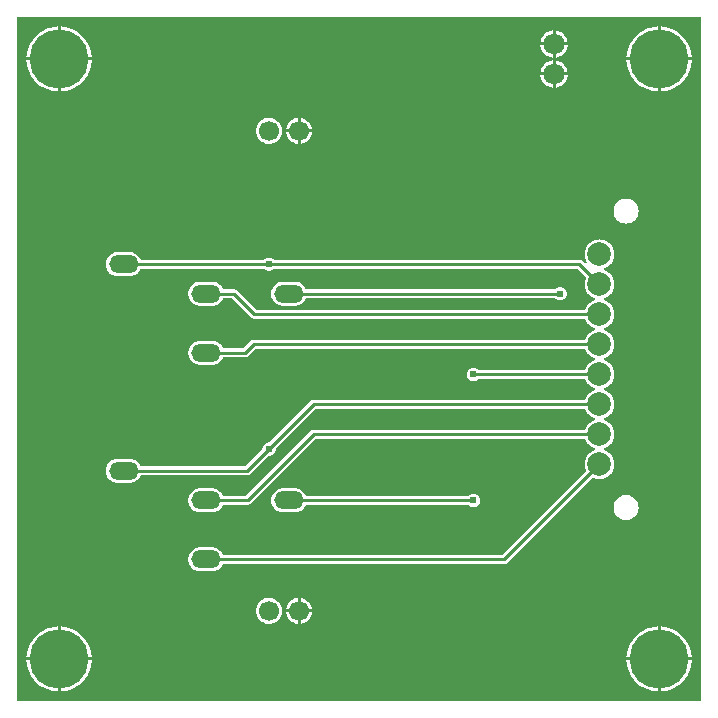
<source format=gtl>
G04 Layer: TopLayer*
G04 Panelize: , Column: 2, Row: 2, Board Size: 58.42mm x 58.42mm, Panelized Board Size: 118.84mm x 118.84mm*
G04 EasyEDA v6.5.34, 2023-08-21 18:11:39*
G04 c5000755a1824bbf9c005c744657698a,5a6b42c53f6a479593ecc07194224c93,10*
G04 Gerber Generator version 0.2*
G04 Scale: 100 percent, Rotated: No, Reflected: No *
G04 Dimensions in millimeters *
G04 leading zeros omitted , absolute positions ,4 integer and 5 decimal *
%FSLAX45Y45*%
%MOMM*%

%ADD10C,0.2540*%
%ADD11C,5.0000*%
%ADD12C,1.8000*%
%ADD13O,2.4999949999999997X1.524*%
%ADD14C,2.0000*%
%ADD15C,1.7000*%
%ADD16C,0.6096*%
%ADD17C,0.0117*%

%LPD*%
G36*
X5805932Y25908D02*
G01*
X36068Y26416D01*
X32156Y27178D01*
X28905Y29362D01*
X26670Y32664D01*
X25908Y36576D01*
X25908Y5805932D01*
X26670Y5809843D01*
X28905Y5813094D01*
X32156Y5815330D01*
X36068Y5816092D01*
X5805932Y5816092D01*
X5809843Y5815330D01*
X5813094Y5813094D01*
X5815330Y5809843D01*
X5816092Y5805932D01*
X5816092Y36068D01*
X5815330Y32207D01*
X5813094Y28905D01*
X5809843Y26670D01*
G37*

%LPC*%
G36*
X4584700Y5600700D02*
G01*
X4687112Y5600700D01*
X4686960Y5602528D01*
X4684268Y5616803D01*
X4679746Y5630672D01*
X4673549Y5643829D01*
X4665776Y5656122D01*
X4656480Y5667349D01*
X4645863Y5677306D01*
X4634077Y5685840D01*
X4621326Y5692851D01*
X4607814Y5698236D01*
X4593691Y5701842D01*
X4584700Y5702960D01*
G37*
G36*
X393700Y105562D02*
G01*
X398322Y105664D01*
X421284Y108051D01*
X443992Y112369D01*
X466242Y118618D01*
X487934Y126644D01*
X508812Y136499D01*
X528828Y148031D01*
X547827Y161239D01*
X565607Y175971D01*
X582117Y192125D01*
X597204Y209600D01*
X610819Y228295D01*
X622757Y248107D01*
X633018Y268782D01*
X641553Y290271D01*
X648208Y312369D01*
X653034Y334975D01*
X655929Y357936D01*
X656336Y368300D01*
X393700Y368300D01*
G37*
G36*
X5448300Y105613D02*
G01*
X5448300Y368300D01*
X5185410Y368300D01*
X5187289Y346405D01*
X5191150Y323646D01*
X5196890Y301244D01*
X5204460Y279450D01*
X5213858Y258317D01*
X5224983Y238099D01*
X5237784Y218846D01*
X5252161Y200710D01*
X5267960Y183896D01*
X5285130Y168402D01*
X5303520Y154432D01*
X5323027Y142087D01*
X5343499Y131368D01*
X5364835Y122428D01*
X5386781Y115265D01*
X5409285Y109982D01*
X5432145Y106629D01*
G37*
G36*
X368300Y105613D02*
G01*
X368300Y368300D01*
X105410Y368300D01*
X107289Y346405D01*
X111150Y323646D01*
X116890Y301244D01*
X124460Y279450D01*
X133858Y258317D01*
X144983Y238099D01*
X157784Y218846D01*
X172161Y200710D01*
X187960Y183896D01*
X205130Y168402D01*
X223520Y154432D01*
X243027Y142087D01*
X263499Y131368D01*
X284835Y122428D01*
X306781Y115265D01*
X329285Y109982D01*
X352145Y106629D01*
G37*
G36*
X393700Y393700D02*
G01*
X656336Y393700D01*
X655929Y404063D01*
X653034Y427024D01*
X648208Y449630D01*
X641553Y471728D01*
X633018Y493217D01*
X622757Y513892D01*
X610819Y533704D01*
X597204Y552348D01*
X582117Y569874D01*
X565607Y586028D01*
X547827Y600760D01*
X528828Y613968D01*
X508812Y625500D01*
X487934Y635355D01*
X466242Y643382D01*
X443992Y649630D01*
X421284Y653948D01*
X398322Y656336D01*
X393700Y656437D01*
G37*
G36*
X5473700Y393700D02*
G01*
X5736336Y393700D01*
X5735929Y404063D01*
X5733034Y427024D01*
X5728208Y449630D01*
X5721553Y471728D01*
X5713018Y493217D01*
X5702757Y513892D01*
X5690819Y533704D01*
X5677204Y552348D01*
X5662117Y569874D01*
X5645607Y586028D01*
X5627827Y600760D01*
X5608828Y613968D01*
X5588812Y625500D01*
X5567934Y635355D01*
X5546242Y643382D01*
X5523992Y649630D01*
X5501284Y653948D01*
X5478322Y656336D01*
X5473700Y656437D01*
G37*
G36*
X5185410Y393700D02*
G01*
X5448300Y393700D01*
X5448300Y656386D01*
X5432145Y655370D01*
X5409285Y652018D01*
X5386781Y646734D01*
X5364835Y639572D01*
X5343499Y630631D01*
X5323027Y619912D01*
X5303520Y607568D01*
X5285130Y593598D01*
X5267960Y578104D01*
X5252161Y561289D01*
X5237784Y543153D01*
X5224983Y523900D01*
X5213858Y503682D01*
X5204460Y482549D01*
X5196890Y460756D01*
X5191150Y438353D01*
X5187289Y415594D01*
G37*
G36*
X105410Y393700D02*
G01*
X368300Y393700D01*
X368300Y656386D01*
X352145Y655370D01*
X329285Y652018D01*
X306781Y646734D01*
X284835Y639572D01*
X263499Y630631D01*
X243027Y619912D01*
X223520Y607568D01*
X205130Y593598D01*
X187960Y578104D01*
X172161Y561289D01*
X157784Y543153D01*
X144983Y523900D01*
X133858Y503682D01*
X124460Y482549D01*
X116890Y460756D01*
X111150Y438353D01*
X107289Y415594D01*
G37*
G36*
X2162556Y678180D02*
G01*
X2176678Y679551D01*
X2190546Y682701D01*
X2203856Y687628D01*
X2216454Y694182D01*
X2228138Y702310D01*
X2238654Y711860D01*
X2247849Y722680D01*
X2255621Y734618D01*
X2261768Y747420D01*
X2266238Y760882D01*
X2268982Y774852D01*
X2269896Y789025D01*
X2268982Y803198D01*
X2266238Y817118D01*
X2261768Y830630D01*
X2255621Y843432D01*
X2247849Y855319D01*
X2238654Y866140D01*
X2228138Y875690D01*
X2216454Y883818D01*
X2203856Y890422D01*
X2190546Y895299D01*
X2176678Y898448D01*
X2162556Y899820D01*
X2148332Y899363D01*
X2134311Y897128D01*
X2120696Y893064D01*
X2107692Y887323D01*
X2095550Y879957D01*
X2084425Y871118D01*
X2074570Y860907D01*
X2066086Y849477D01*
X2059076Y837133D01*
X2053742Y823925D01*
X2050135Y810209D01*
X2048357Y796137D01*
X2048357Y781913D01*
X2050135Y767791D01*
X2053742Y754075D01*
X2059076Y740918D01*
X2066086Y728522D01*
X2074570Y717143D01*
X2084425Y706932D01*
X2095550Y698042D01*
X2107692Y690676D01*
X2120696Y684936D01*
X2134311Y680923D01*
X2148332Y678637D01*
G37*
G36*
X2400300Y678942D02*
G01*
X2400300Y776325D01*
X2303068Y776325D01*
X2304135Y767791D01*
X2307742Y754075D01*
X2313076Y740918D01*
X2320086Y728522D01*
X2328570Y717143D01*
X2338425Y706932D01*
X2349550Y698042D01*
X2361692Y690676D01*
X2374696Y684936D01*
X2388311Y680923D01*
G37*
G36*
X2425700Y679043D02*
G01*
X2430678Y679551D01*
X2444546Y682701D01*
X2457856Y687628D01*
X2470454Y694182D01*
X2482138Y702310D01*
X2492654Y711860D01*
X2501849Y722680D01*
X2509621Y734618D01*
X2515768Y747420D01*
X2520238Y760882D01*
X2522982Y774852D01*
X2523083Y776325D01*
X2425700Y776325D01*
G37*
G36*
X2303068Y801725D02*
G01*
X2400300Y801725D01*
X2400300Y899058D01*
X2388311Y897128D01*
X2374696Y893064D01*
X2361692Y887323D01*
X2349550Y879957D01*
X2338425Y871118D01*
X2328570Y860907D01*
X2320086Y849477D01*
X2313076Y837133D01*
X2307742Y823925D01*
X2304135Y810209D01*
G37*
G36*
X2425700Y801725D02*
G01*
X2523083Y801725D01*
X2522982Y803198D01*
X2520238Y817118D01*
X2515768Y830630D01*
X2509621Y843432D01*
X2501849Y855319D01*
X2492654Y866140D01*
X2482138Y875690D01*
X2470454Y883818D01*
X2457856Y890422D01*
X2444546Y895299D01*
X2430678Y898448D01*
X2425700Y898956D01*
G37*
G36*
X1578508Y1122273D02*
G01*
X1675485Y1122273D01*
X1689100Y1123188D01*
X1702206Y1125778D01*
X1714855Y1130096D01*
X1726844Y1135989D01*
X1737918Y1143406D01*
X1747977Y1152194D01*
X1756765Y1162253D01*
X1764182Y1173378D01*
X1767535Y1180134D01*
X1769770Y1183132D01*
X1772970Y1185113D01*
X1776679Y1185773D01*
X4151274Y1185773D01*
X4159300Y1186586D01*
X4166514Y1188770D01*
X4173169Y1192326D01*
X4179417Y1197457D01*
X4894224Y1912264D01*
X4897628Y1914499D01*
X4901641Y1915261D01*
X4905603Y1914347D01*
X4911953Y1911502D01*
X4926482Y1906981D01*
X4941417Y1904238D01*
X4956606Y1903323D01*
X4971745Y1904238D01*
X4986731Y1906981D01*
X5001209Y1911502D01*
X5015077Y1917750D01*
X5028082Y1925574D01*
X5040071Y1934972D01*
X5050840Y1945741D01*
X5060188Y1957679D01*
X5068062Y1970684D01*
X5074310Y1984552D01*
X5078831Y1999081D01*
X5081574Y2014016D01*
X5082489Y2029206D01*
X5081574Y2044395D01*
X5078831Y2059330D01*
X5074310Y2073859D01*
X5068062Y2087676D01*
X5060188Y2100732D01*
X5050840Y2112670D01*
X5040071Y2123440D01*
X5028082Y2132787D01*
X5015077Y2140661D01*
X5001158Y2146909D01*
X4998008Y2149144D01*
X4995926Y2152396D01*
X4995164Y2156206D01*
X4995926Y2160016D01*
X4998008Y2163216D01*
X5001158Y2165451D01*
X5015077Y2171750D01*
X5028082Y2179574D01*
X5040071Y2188972D01*
X5050840Y2199741D01*
X5060188Y2211679D01*
X5068062Y2224684D01*
X5074310Y2238552D01*
X5078831Y2253081D01*
X5081574Y2268016D01*
X5082489Y2283206D01*
X5081574Y2298395D01*
X5078831Y2313330D01*
X5074310Y2327859D01*
X5068062Y2341676D01*
X5060188Y2354732D01*
X5050840Y2366670D01*
X5040071Y2377440D01*
X5028082Y2386787D01*
X5015077Y2394661D01*
X5001158Y2400909D01*
X4998008Y2403144D01*
X4995926Y2406396D01*
X4995164Y2410206D01*
X4995926Y2414016D01*
X4998008Y2417216D01*
X5001158Y2419451D01*
X5015077Y2425750D01*
X5028082Y2433574D01*
X5040071Y2442972D01*
X5050840Y2453741D01*
X5060188Y2465679D01*
X5068062Y2478684D01*
X5074310Y2492552D01*
X5078831Y2507081D01*
X5081574Y2522016D01*
X5082489Y2537206D01*
X5081574Y2552395D01*
X5078831Y2567330D01*
X5074310Y2581859D01*
X5068062Y2595676D01*
X5060188Y2608732D01*
X5050840Y2620670D01*
X5040071Y2631440D01*
X5028082Y2640787D01*
X5015077Y2648661D01*
X5001158Y2654909D01*
X4998008Y2657144D01*
X4995926Y2660396D01*
X4995164Y2664206D01*
X4995926Y2668016D01*
X4998008Y2671216D01*
X5001158Y2673451D01*
X5015077Y2679750D01*
X5028082Y2687574D01*
X5040071Y2696972D01*
X5050840Y2707741D01*
X5060188Y2719679D01*
X5068062Y2732684D01*
X5074310Y2746552D01*
X5078831Y2761081D01*
X5081574Y2776016D01*
X5082489Y2791206D01*
X5081574Y2806395D01*
X5078831Y2821330D01*
X5074310Y2835859D01*
X5068062Y2849676D01*
X5060188Y2862732D01*
X5050840Y2874670D01*
X5040071Y2885440D01*
X5028082Y2894787D01*
X5015077Y2902661D01*
X5001158Y2908909D01*
X4998008Y2911144D01*
X4995926Y2914396D01*
X4995164Y2918206D01*
X4995926Y2922016D01*
X4998008Y2925216D01*
X5001158Y2927451D01*
X5015077Y2933750D01*
X5028082Y2941574D01*
X5040071Y2950972D01*
X5050840Y2961741D01*
X5060188Y2973679D01*
X5068062Y2986684D01*
X5074310Y3000552D01*
X5078831Y3015081D01*
X5081574Y3030016D01*
X5082489Y3045206D01*
X5081574Y3060395D01*
X5078831Y3075330D01*
X5074310Y3089859D01*
X5068062Y3103676D01*
X5060188Y3116732D01*
X5050840Y3128670D01*
X5040071Y3139440D01*
X5028082Y3148787D01*
X5015077Y3156661D01*
X5001158Y3162909D01*
X4998008Y3165144D01*
X4995926Y3168396D01*
X4995164Y3172206D01*
X4995926Y3176016D01*
X4998008Y3179216D01*
X5001158Y3181451D01*
X5015077Y3187750D01*
X5028082Y3195574D01*
X5040071Y3204972D01*
X5050840Y3215741D01*
X5060188Y3227679D01*
X5068062Y3240684D01*
X5074310Y3254552D01*
X5078831Y3269081D01*
X5081574Y3284016D01*
X5082489Y3299206D01*
X5081574Y3314395D01*
X5078831Y3329330D01*
X5074310Y3343859D01*
X5068062Y3357676D01*
X5060188Y3370732D01*
X5050840Y3382670D01*
X5040071Y3393440D01*
X5028082Y3402787D01*
X5015077Y3410661D01*
X5001158Y3416909D01*
X4998008Y3419144D01*
X4995926Y3422396D01*
X4995164Y3426206D01*
X4995926Y3430015D01*
X4998008Y3433216D01*
X5001158Y3435451D01*
X5015077Y3441750D01*
X5028082Y3449574D01*
X5040071Y3458972D01*
X5050840Y3469741D01*
X5060188Y3481679D01*
X5068062Y3494684D01*
X5074310Y3508552D01*
X5078831Y3523081D01*
X5081574Y3538016D01*
X5082489Y3553206D01*
X5081574Y3568395D01*
X5078831Y3583330D01*
X5074310Y3597859D01*
X5068062Y3611676D01*
X5060188Y3624732D01*
X5050840Y3636670D01*
X5040071Y3647440D01*
X5028082Y3656787D01*
X5015077Y3664661D01*
X5001158Y3670909D01*
X4998008Y3673144D01*
X4995926Y3676396D01*
X4995164Y3680206D01*
X4995926Y3684015D01*
X4998008Y3687216D01*
X5001158Y3689451D01*
X5015077Y3695750D01*
X5028082Y3703574D01*
X5040071Y3712972D01*
X5050840Y3723741D01*
X5060188Y3735679D01*
X5068062Y3748684D01*
X5074310Y3762552D01*
X5078831Y3777081D01*
X5081574Y3792016D01*
X5082489Y3807206D01*
X5081574Y3822395D01*
X5078831Y3837330D01*
X5074310Y3851859D01*
X5068062Y3865676D01*
X5060188Y3878732D01*
X5050840Y3890670D01*
X5040071Y3901440D01*
X5028082Y3910787D01*
X5015077Y3918661D01*
X5001209Y3924909D01*
X4986731Y3929430D01*
X4971745Y3932174D01*
X4956606Y3933088D01*
X4941417Y3932174D01*
X4926482Y3929430D01*
X4911953Y3924909D01*
X4898085Y3918661D01*
X4885080Y3910787D01*
X4873091Y3901440D01*
X4862372Y3890670D01*
X4852974Y3878732D01*
X4845100Y3865676D01*
X4838903Y3851859D01*
X4834382Y3837330D01*
X4831638Y3822395D01*
X4830724Y3807206D01*
X4831638Y3792016D01*
X4834382Y3777081D01*
X4838903Y3762552D01*
X4845100Y3748684D01*
X4846878Y3745839D01*
X4848250Y3741877D01*
X4847894Y3737711D01*
X4845964Y3734054D01*
X4842662Y3731463D01*
X4838598Y3730396D01*
X4834483Y3731107D01*
X4830978Y3733393D01*
X4812995Y3751326D01*
X4806797Y3756456D01*
X4800092Y3760012D01*
X4792878Y3762197D01*
X4784852Y3763010D01*
X2204008Y3763010D01*
X2200097Y3763772D01*
X2196795Y3765956D01*
X2195220Y3767582D01*
X2187194Y3773220D01*
X2178253Y3777335D01*
X2168804Y3779875D01*
X2159000Y3780739D01*
X2149195Y3779875D01*
X2139746Y3777335D01*
X2130806Y3773220D01*
X2122779Y3767582D01*
X2121204Y3765956D01*
X2117902Y3763772D01*
X2113991Y3763010D01*
X1076655Y3763010D01*
X1072946Y3763721D01*
X1069797Y3765702D01*
X1067562Y3768699D01*
X1064209Y3775456D01*
X1056792Y3786530D01*
X1048003Y3796588D01*
X1037945Y3805377D01*
X1026820Y3812794D01*
X1014882Y3818686D01*
X1002233Y3823004D01*
X989126Y3825595D01*
X975461Y3826510D01*
X878535Y3826510D01*
X864869Y3825595D01*
X851763Y3823004D01*
X839114Y3818686D01*
X827176Y3812794D01*
X816051Y3805377D01*
X805992Y3796588D01*
X797204Y3786530D01*
X789787Y3775456D01*
X783894Y3763467D01*
X779576Y3750818D01*
X776986Y3737711D01*
X776122Y3724401D01*
X776986Y3711041D01*
X779576Y3697986D01*
X783894Y3685336D01*
X789787Y3673348D01*
X797204Y3662222D01*
X805992Y3652215D01*
X816051Y3643376D01*
X827176Y3635959D01*
X839114Y3630066D01*
X851763Y3625799D01*
X864869Y3623157D01*
X878535Y3622294D01*
X975461Y3622294D01*
X989126Y3623157D01*
X1002233Y3625799D01*
X1014882Y3630066D01*
X1026820Y3635959D01*
X1037945Y3643376D01*
X1048003Y3652215D01*
X1056792Y3662222D01*
X1064209Y3673348D01*
X1067562Y3680104D01*
X1069797Y3683101D01*
X1072997Y3685082D01*
X1076655Y3685794D01*
X2114042Y3685794D01*
X2117902Y3685032D01*
X2121204Y3682796D01*
X2122779Y3681222D01*
X2130806Y3675583D01*
X2139746Y3671468D01*
X2149195Y3668928D01*
X2159000Y3668064D01*
X2168804Y3668928D01*
X2178253Y3671468D01*
X2187194Y3675583D01*
X2195220Y3681222D01*
X2196795Y3682796D01*
X2200097Y3685032D01*
X2203958Y3685794D01*
X4765141Y3685794D01*
X4769053Y3685032D01*
X4772355Y3682796D01*
X4839665Y3615537D01*
X4841900Y3612134D01*
X4842611Y3608120D01*
X4841748Y3604158D01*
X4838903Y3597859D01*
X4834382Y3583330D01*
X4831638Y3568395D01*
X4830724Y3553206D01*
X4831638Y3538016D01*
X4834382Y3523081D01*
X4838903Y3508552D01*
X4845100Y3494684D01*
X4852974Y3481679D01*
X4862372Y3469741D01*
X4873091Y3458972D01*
X4885080Y3449574D01*
X4898085Y3441750D01*
X4912004Y3435451D01*
X4915154Y3433216D01*
X4917287Y3430015D01*
X4917998Y3426206D01*
X4917287Y3422396D01*
X4915154Y3419144D01*
X4912004Y3416909D01*
X4898085Y3410661D01*
X4885080Y3402787D01*
X4873091Y3393440D01*
X4862372Y3382670D01*
X4852974Y3370732D01*
X4845100Y3357676D01*
X4838852Y3343808D01*
X4836617Y3340658D01*
X4833416Y3338525D01*
X4829606Y3337814D01*
X2055012Y3337814D01*
X2051100Y3338576D01*
X2047798Y3340811D01*
X1887169Y3501390D01*
X1880971Y3506520D01*
X1874266Y3510076D01*
X1867052Y3512261D01*
X1859025Y3513074D01*
X1776628Y3513074D01*
X1772920Y3513785D01*
X1769770Y3515766D01*
X1767484Y3518763D01*
X1764182Y3525418D01*
X1756765Y3536543D01*
X1747977Y3546601D01*
X1737918Y3555390D01*
X1726844Y3562807D01*
X1714855Y3568700D01*
X1702206Y3573018D01*
X1689100Y3575608D01*
X1675485Y3576523D01*
X1578508Y3576523D01*
X1564894Y3575608D01*
X1551787Y3573018D01*
X1539138Y3568700D01*
X1527149Y3562807D01*
X1516075Y3555390D01*
X1506016Y3546601D01*
X1497228Y3536543D01*
X1489811Y3525418D01*
X1483868Y3513480D01*
X1479600Y3500831D01*
X1476959Y3487724D01*
X1476095Y3474415D01*
X1476959Y3461054D01*
X1479600Y3447948D01*
X1483868Y3435350D01*
X1489811Y3423361D01*
X1497228Y3412236D01*
X1506016Y3402228D01*
X1516075Y3393389D01*
X1527149Y3385972D01*
X1539138Y3380079D01*
X1551787Y3375761D01*
X1564894Y3373170D01*
X1578508Y3372307D01*
X1675485Y3372307D01*
X1689100Y3373170D01*
X1702206Y3375761D01*
X1714855Y3380079D01*
X1726844Y3385972D01*
X1737918Y3393389D01*
X1747977Y3402228D01*
X1756765Y3412236D01*
X1764182Y3423361D01*
X1767586Y3430168D01*
X1769821Y3433165D01*
X1773021Y3435146D01*
X1776679Y3435858D01*
X1839315Y3435858D01*
X1843227Y3435096D01*
X1846529Y3432860D01*
X2007158Y3272282D01*
X2013356Y3267151D01*
X2020062Y3263595D01*
X2027275Y3261410D01*
X2035302Y3260598D01*
X4829606Y3260598D01*
X4833366Y3259886D01*
X4836617Y3257753D01*
X4838852Y3254603D01*
X4845100Y3240684D01*
X4852974Y3227679D01*
X4862372Y3215741D01*
X4873091Y3204972D01*
X4885080Y3195574D01*
X4898085Y3187750D01*
X4912004Y3181451D01*
X4915154Y3179216D01*
X4917287Y3176016D01*
X4917998Y3172206D01*
X4917287Y3168396D01*
X4915154Y3165144D01*
X4912004Y3162909D01*
X4898085Y3156661D01*
X4885080Y3148787D01*
X4873091Y3139440D01*
X4862372Y3128670D01*
X4852974Y3116732D01*
X4845100Y3103676D01*
X4838852Y3089808D01*
X4836617Y3086658D01*
X4833416Y3084525D01*
X4829606Y3083814D01*
X2029714Y3083814D01*
X2021687Y3083001D01*
X2014474Y3080816D01*
X2007768Y3077260D01*
X2001570Y3072130D01*
X1945335Y3015945D01*
X1942033Y3013710D01*
X1938121Y3012948D01*
X1776679Y3012948D01*
X1773021Y3013659D01*
X1769821Y3015640D01*
X1767586Y3018637D01*
X1764182Y3025444D01*
X1756765Y3036519D01*
X1747977Y3046577D01*
X1737918Y3055366D01*
X1726844Y3062782D01*
X1714855Y3068726D01*
X1702206Y3072993D01*
X1689100Y3075584D01*
X1675485Y3076498D01*
X1578508Y3076498D01*
X1564894Y3075584D01*
X1551787Y3072993D01*
X1539138Y3068726D01*
X1527149Y3062782D01*
X1516075Y3055366D01*
X1506016Y3046577D01*
X1497228Y3036519D01*
X1489811Y3025444D01*
X1483868Y3013456D01*
X1479600Y3000806D01*
X1476959Y2987700D01*
X1476095Y2974390D01*
X1476959Y2961081D01*
X1479600Y2947974D01*
X1483868Y2935325D01*
X1489811Y2923336D01*
X1497228Y2912262D01*
X1506016Y2902204D01*
X1516075Y2893415D01*
X1527149Y2885998D01*
X1539138Y2880055D01*
X1551787Y2875788D01*
X1564894Y2873197D01*
X1578508Y2872282D01*
X1675485Y2872282D01*
X1689100Y2873197D01*
X1702206Y2875788D01*
X1714855Y2880055D01*
X1726844Y2885998D01*
X1737918Y2893415D01*
X1747977Y2902204D01*
X1756765Y2912262D01*
X1764182Y2923336D01*
X1767535Y2930042D01*
X1769770Y2933039D01*
X1772970Y2935020D01*
X1776628Y2935732D01*
X1957832Y2935732D01*
X1965858Y2936544D01*
X1973072Y2938729D01*
X1979777Y2942285D01*
X1985975Y2947416D01*
X2042210Y3003600D01*
X2045512Y3005836D01*
X2049424Y3006598D01*
X4829606Y3006598D01*
X4833366Y3005886D01*
X4836617Y3003753D01*
X4838852Y3000603D01*
X4845100Y2986684D01*
X4852974Y2973679D01*
X4862372Y2961741D01*
X4873091Y2950972D01*
X4885080Y2941574D01*
X4898085Y2933750D01*
X4912004Y2927451D01*
X4915154Y2925216D01*
X4917287Y2922016D01*
X4917998Y2918206D01*
X4917287Y2914396D01*
X4915154Y2911144D01*
X4912004Y2908909D01*
X4898085Y2902661D01*
X4885080Y2894787D01*
X4873091Y2885440D01*
X4862372Y2874670D01*
X4852974Y2862732D01*
X4845100Y2849676D01*
X4838852Y2835808D01*
X4836617Y2832658D01*
X4833416Y2830525D01*
X4829606Y2829814D01*
X3934764Y2829814D01*
X3930904Y2830576D01*
X3927601Y2832811D01*
X3926027Y2834386D01*
X3917950Y2840024D01*
X3909060Y2844139D01*
X3899560Y2846679D01*
X3889756Y2847543D01*
X3880002Y2846679D01*
X3870502Y2844139D01*
X3861612Y2840024D01*
X3853535Y2834386D01*
X3846626Y2827426D01*
X3840987Y2819400D01*
X3836822Y2810459D01*
X3834282Y2801010D01*
X3833418Y2791206D01*
X3834282Y2781401D01*
X3836822Y2771952D01*
X3840987Y2763012D01*
X3846626Y2754985D01*
X3853535Y2748026D01*
X3861612Y2742387D01*
X3870502Y2738272D01*
X3880002Y2735732D01*
X3889756Y2734868D01*
X3899560Y2735732D01*
X3909060Y2738272D01*
X3917950Y2742387D01*
X3926027Y2748026D01*
X3927601Y2749600D01*
X3930904Y2751836D01*
X3934764Y2752598D01*
X4829606Y2752598D01*
X4833366Y2751886D01*
X4836617Y2749753D01*
X4838852Y2746603D01*
X4845100Y2732684D01*
X4852974Y2719679D01*
X4862372Y2707741D01*
X4873091Y2696972D01*
X4885080Y2687574D01*
X4898085Y2679750D01*
X4912004Y2673451D01*
X4915154Y2671216D01*
X4917287Y2668016D01*
X4917998Y2664206D01*
X4917287Y2660396D01*
X4915154Y2657144D01*
X4912004Y2654909D01*
X4898085Y2648661D01*
X4885080Y2640787D01*
X4873091Y2631440D01*
X4862372Y2620670D01*
X4852974Y2608732D01*
X4845100Y2595676D01*
X4838852Y2581808D01*
X4836617Y2578658D01*
X4833416Y2576525D01*
X4829606Y2575814D01*
X2537714Y2575814D01*
X2529687Y2575001D01*
X2522474Y2572816D01*
X2515768Y2569260D01*
X2509570Y2564130D01*
X2163521Y2218131D01*
X2160625Y2216099D01*
X2157222Y2215184D01*
X2149195Y2214473D01*
X2139746Y2211933D01*
X2130806Y2207818D01*
X2122779Y2202180D01*
X2115820Y2195220D01*
X2110181Y2187194D01*
X2106066Y2178253D01*
X2103526Y2168804D01*
X2102815Y2160778D01*
X2101900Y2157374D01*
X2099868Y2154478D01*
X1961337Y2015947D01*
X1958035Y2013712D01*
X1954123Y2012950D01*
X1076706Y2012950D01*
X1072997Y2013661D01*
X1069797Y2015642D01*
X1067562Y2018639D01*
X1064209Y2025446D01*
X1056792Y2036521D01*
X1048003Y2046579D01*
X1037945Y2055368D01*
X1026820Y2062784D01*
X1014882Y2068728D01*
X1002233Y2072995D01*
X989126Y2075586D01*
X975461Y2076500D01*
X878535Y2076500D01*
X864869Y2075586D01*
X851763Y2072995D01*
X839114Y2068728D01*
X827176Y2062784D01*
X816051Y2055368D01*
X805992Y2046579D01*
X797204Y2036521D01*
X789787Y2025446D01*
X783894Y2013457D01*
X779576Y2000808D01*
X776986Y1987702D01*
X776122Y1974392D01*
X776986Y1961083D01*
X779576Y1947976D01*
X783894Y1935327D01*
X789787Y1923338D01*
X797204Y1912264D01*
X805992Y1902206D01*
X816051Y1893417D01*
X827176Y1886000D01*
X839114Y1880057D01*
X851763Y1875789D01*
X864869Y1873199D01*
X878535Y1872284D01*
X975461Y1872284D01*
X989126Y1873199D01*
X1002233Y1875789D01*
X1014882Y1880057D01*
X1026820Y1886000D01*
X1037945Y1893417D01*
X1048003Y1902206D01*
X1056792Y1912264D01*
X1064209Y1923338D01*
X1067511Y1930044D01*
X1069746Y1933041D01*
X1072946Y1935022D01*
X1076655Y1935734D01*
X1973834Y1935734D01*
X1981860Y1936546D01*
X1989074Y1938731D01*
X1995779Y1942287D01*
X2001977Y1947418D01*
X2154478Y2099868D01*
X2157374Y2101900D01*
X2160778Y2102815D01*
X2168804Y2103526D01*
X2178253Y2106066D01*
X2187194Y2110181D01*
X2195220Y2115820D01*
X2202180Y2122779D01*
X2207818Y2130806D01*
X2211933Y2139746D01*
X2214473Y2149195D01*
X2215184Y2157222D01*
X2216099Y2160625D01*
X2218131Y2163521D01*
X2550210Y2495600D01*
X2553512Y2497836D01*
X2557424Y2498598D01*
X4829606Y2498598D01*
X4833366Y2497886D01*
X4836617Y2495753D01*
X4838852Y2492603D01*
X4845100Y2478684D01*
X4852974Y2465679D01*
X4862372Y2453741D01*
X4873091Y2442972D01*
X4885080Y2433574D01*
X4898085Y2425750D01*
X4912004Y2419451D01*
X4915154Y2417216D01*
X4917287Y2414016D01*
X4917998Y2410206D01*
X4917287Y2406396D01*
X4915154Y2403144D01*
X4912004Y2400909D01*
X4898085Y2394661D01*
X4885080Y2386787D01*
X4873091Y2377440D01*
X4862372Y2366670D01*
X4852974Y2354732D01*
X4845100Y2341676D01*
X4838852Y2327808D01*
X4836617Y2324658D01*
X4833416Y2322525D01*
X4829606Y2321814D01*
X2537714Y2321814D01*
X2529687Y2321001D01*
X2522474Y2318816D01*
X2515768Y2315260D01*
X2509570Y2310130D01*
X1965401Y1766011D01*
X1962099Y1763775D01*
X1958187Y1763014D01*
X1776628Y1763014D01*
X1772970Y1763725D01*
X1769770Y1765706D01*
X1767535Y1768703D01*
X1764182Y1775460D01*
X1756765Y1786534D01*
X1747977Y1796592D01*
X1737918Y1805381D01*
X1726844Y1812798D01*
X1714855Y1818690D01*
X1702206Y1823008D01*
X1689100Y1825599D01*
X1675485Y1826514D01*
X1578508Y1826514D01*
X1564894Y1825599D01*
X1551787Y1823008D01*
X1539138Y1818690D01*
X1527149Y1812798D01*
X1516075Y1805381D01*
X1506016Y1796592D01*
X1497228Y1786534D01*
X1489811Y1775460D01*
X1483868Y1763471D01*
X1479600Y1750822D01*
X1476959Y1737715D01*
X1476095Y1724406D01*
X1476959Y1711045D01*
X1479600Y1697989D01*
X1483868Y1685340D01*
X1489811Y1673352D01*
X1497228Y1662226D01*
X1506016Y1652219D01*
X1516075Y1643380D01*
X1527149Y1635963D01*
X1539138Y1630070D01*
X1551787Y1625803D01*
X1564894Y1623161D01*
X1578508Y1622298D01*
X1675485Y1622298D01*
X1689100Y1623161D01*
X1702206Y1625803D01*
X1714855Y1630070D01*
X1726844Y1635963D01*
X1737918Y1643380D01*
X1747977Y1652219D01*
X1756765Y1662226D01*
X1764182Y1673352D01*
X1767535Y1680108D01*
X1769821Y1683105D01*
X1772970Y1685086D01*
X1776679Y1685798D01*
X1977898Y1685798D01*
X1985924Y1686610D01*
X1993138Y1688795D01*
X1999843Y1692351D01*
X2006041Y1697482D01*
X2550210Y2241600D01*
X2553512Y2243836D01*
X2557424Y2244598D01*
X4829606Y2244598D01*
X4833366Y2243886D01*
X4836617Y2241753D01*
X4838852Y2238603D01*
X4845100Y2224684D01*
X4852974Y2211679D01*
X4862372Y2199741D01*
X4873091Y2188972D01*
X4885080Y2179574D01*
X4898085Y2171750D01*
X4912004Y2165451D01*
X4915154Y2163216D01*
X4917287Y2160016D01*
X4917998Y2156206D01*
X4917287Y2152396D01*
X4915154Y2149144D01*
X4912004Y2146909D01*
X4898085Y2140661D01*
X4885080Y2132787D01*
X4873091Y2123440D01*
X4862372Y2112670D01*
X4852974Y2100732D01*
X4845100Y2087676D01*
X4838903Y2073859D01*
X4834382Y2059330D01*
X4831638Y2044395D01*
X4830724Y2029206D01*
X4831638Y2014016D01*
X4834382Y1999081D01*
X4838903Y1984552D01*
X4841748Y1978253D01*
X4842611Y1974240D01*
X4841900Y1970278D01*
X4839665Y1966874D01*
X4138777Y1265986D01*
X4135475Y1263802D01*
X4131564Y1262989D01*
X1776679Y1262989D01*
X1772970Y1263700D01*
X1769770Y1265682D01*
X1767535Y1268679D01*
X1764182Y1275435D01*
X1756765Y1286560D01*
X1747977Y1296568D01*
X1737918Y1305407D01*
X1726844Y1312824D01*
X1714855Y1318717D01*
X1702206Y1322984D01*
X1689100Y1325626D01*
X1675485Y1326489D01*
X1578508Y1326489D01*
X1564894Y1325626D01*
X1551787Y1322984D01*
X1539138Y1318717D01*
X1527149Y1312824D01*
X1516075Y1305407D01*
X1506016Y1296568D01*
X1497228Y1286560D01*
X1489811Y1275435D01*
X1483868Y1263446D01*
X1479600Y1250797D01*
X1476959Y1237742D01*
X1476095Y1224381D01*
X1476959Y1211072D01*
X1479600Y1197965D01*
X1483868Y1185316D01*
X1489811Y1173378D01*
X1497228Y1162253D01*
X1506016Y1152194D01*
X1516075Y1143406D01*
X1527149Y1135989D01*
X1539138Y1130096D01*
X1551787Y1125778D01*
X1564894Y1123188D01*
G37*
G36*
X4456887Y5600700D02*
G01*
X4559300Y5600700D01*
X4559300Y5702960D01*
X4550308Y5701842D01*
X4536186Y5698236D01*
X4522673Y5692851D01*
X4509922Y5685840D01*
X4498136Y5677306D01*
X4487519Y5667349D01*
X4478223Y5656122D01*
X4470450Y5643829D01*
X4464253Y5630672D01*
X4459732Y5616803D01*
X4457039Y5602528D01*
G37*
G36*
X5181600Y1556918D02*
G01*
X5195417Y1557782D01*
X5208981Y1560525D01*
X5222138Y1564944D01*
X5234533Y1571091D01*
X5246065Y1578762D01*
X5256479Y1587906D01*
X5265623Y1598320D01*
X5273294Y1609852D01*
X5279440Y1622247D01*
X5283860Y1635404D01*
X5286603Y1648968D01*
X5287467Y1662785D01*
X5286603Y1676603D01*
X5283860Y1690166D01*
X5279440Y1703324D01*
X5273294Y1715719D01*
X5265623Y1727250D01*
X5256479Y1737664D01*
X5246065Y1746808D01*
X5234533Y1754479D01*
X5222138Y1760626D01*
X5208981Y1765046D01*
X5195417Y1767789D01*
X5181600Y1768652D01*
X5167782Y1767789D01*
X5154218Y1765046D01*
X5141061Y1760626D01*
X5128666Y1754479D01*
X5117134Y1746808D01*
X5106720Y1737664D01*
X5097576Y1727250D01*
X5089906Y1715719D01*
X5083759Y1703324D01*
X5079339Y1690166D01*
X5076596Y1676603D01*
X5075732Y1662785D01*
X5076596Y1648968D01*
X5079339Y1635404D01*
X5083759Y1622247D01*
X5089906Y1609852D01*
X5097576Y1598320D01*
X5106720Y1587906D01*
X5117134Y1578762D01*
X5128666Y1571091D01*
X5141061Y1564944D01*
X5154218Y1560525D01*
X5167782Y1557782D01*
G37*
G36*
X2278532Y1622298D02*
G01*
X2375458Y1622298D01*
X2389124Y1623161D01*
X2402230Y1625803D01*
X2414879Y1630070D01*
X2426817Y1635963D01*
X2437942Y1643380D01*
X2448001Y1652219D01*
X2456789Y1662226D01*
X2464206Y1673352D01*
X2467559Y1680108D01*
X2469794Y1683105D01*
X2472994Y1685086D01*
X2476652Y1685798D01*
X3844798Y1685798D01*
X3848709Y1685036D01*
X3852011Y1682800D01*
X3853535Y1681225D01*
X3861612Y1675587D01*
X3870502Y1671472D01*
X3880002Y1668932D01*
X3889756Y1668068D01*
X3899560Y1668932D01*
X3909060Y1671472D01*
X3917950Y1675587D01*
X3926027Y1681225D01*
X3932936Y1688185D01*
X3938574Y1696212D01*
X3942740Y1705152D01*
X3945280Y1714601D01*
X3946144Y1724406D01*
X3945280Y1734210D01*
X3942740Y1743659D01*
X3938574Y1752600D01*
X3932936Y1760626D01*
X3926027Y1767586D01*
X3917950Y1773224D01*
X3909060Y1777339D01*
X3899560Y1779879D01*
X3889756Y1780743D01*
X3880002Y1779879D01*
X3870502Y1777339D01*
X3861612Y1773224D01*
X3853535Y1767586D01*
X3851960Y1765960D01*
X3848658Y1763775D01*
X3844798Y1763014D01*
X2476652Y1763014D01*
X2472994Y1763674D01*
X2469794Y1765655D01*
X2467559Y1768652D01*
X2464206Y1775460D01*
X2456789Y1786534D01*
X2448001Y1796592D01*
X2437942Y1805381D01*
X2426817Y1812798D01*
X2414879Y1818690D01*
X2402230Y1823008D01*
X2389124Y1825599D01*
X2375458Y1826514D01*
X2278532Y1826514D01*
X2264867Y1825599D01*
X2251760Y1823008D01*
X2239111Y1818690D01*
X2227173Y1812798D01*
X2216048Y1805381D01*
X2205990Y1796592D01*
X2197201Y1786534D01*
X2189784Y1775460D01*
X2183892Y1763471D01*
X2179574Y1750822D01*
X2176983Y1737715D01*
X2176119Y1724406D01*
X2176983Y1711045D01*
X2179574Y1697989D01*
X2183892Y1685340D01*
X2189784Y1673352D01*
X2197201Y1662226D01*
X2205990Y1652219D01*
X2216048Y1643380D01*
X2227173Y1635963D01*
X2239111Y1630070D01*
X2251760Y1625803D01*
X2264867Y1623161D01*
G37*
G36*
X105410Y5473700D02*
G01*
X368300Y5473700D01*
X368300Y5736386D01*
X352145Y5735370D01*
X329285Y5732018D01*
X306781Y5726734D01*
X284835Y5719572D01*
X263499Y5710631D01*
X243027Y5699912D01*
X223520Y5687568D01*
X205130Y5673598D01*
X187960Y5658104D01*
X172161Y5641289D01*
X157784Y5623153D01*
X144983Y5603900D01*
X133858Y5583682D01*
X124460Y5562549D01*
X116890Y5540756D01*
X111150Y5518353D01*
X107289Y5495594D01*
G37*
G36*
X5185410Y5473700D02*
G01*
X5448300Y5473700D01*
X5448300Y5736386D01*
X5432145Y5735370D01*
X5409285Y5732018D01*
X5386781Y5726734D01*
X5364835Y5719572D01*
X5343499Y5710631D01*
X5323027Y5699912D01*
X5303520Y5687568D01*
X5285130Y5673598D01*
X5267960Y5658104D01*
X5252161Y5641289D01*
X5237784Y5623153D01*
X5224983Y5603900D01*
X5213858Y5583682D01*
X5204460Y5562549D01*
X5196890Y5540756D01*
X5191150Y5518353D01*
X5187289Y5495594D01*
G37*
G36*
X5473700Y5473700D02*
G01*
X5736336Y5473700D01*
X5735929Y5484063D01*
X5733034Y5507024D01*
X5728208Y5529630D01*
X5721553Y5551728D01*
X5713018Y5573217D01*
X5702757Y5593892D01*
X5690819Y5613704D01*
X5677204Y5632348D01*
X5662117Y5649874D01*
X5645607Y5666028D01*
X5627827Y5680760D01*
X5608828Y5693968D01*
X5588812Y5705500D01*
X5567934Y5715355D01*
X5546242Y5723382D01*
X5523992Y5729630D01*
X5501284Y5733948D01*
X5478322Y5736336D01*
X5473700Y5736437D01*
G37*
G36*
X393700Y5473700D02*
G01*
X656336Y5473700D01*
X655929Y5484063D01*
X653034Y5507024D01*
X648208Y5529630D01*
X641553Y5551728D01*
X633018Y5573217D01*
X622757Y5593892D01*
X610819Y5613704D01*
X597204Y5632348D01*
X582117Y5649874D01*
X565607Y5666028D01*
X547827Y5680760D01*
X528828Y5693968D01*
X508812Y5705500D01*
X487934Y5715355D01*
X466242Y5723382D01*
X443992Y5729630D01*
X421284Y5733948D01*
X398322Y5736336D01*
X393700Y5736437D01*
G37*
G36*
X4584700Y5473039D02*
G01*
X4593691Y5474157D01*
X4607814Y5477764D01*
X4621326Y5483148D01*
X4634077Y5490159D01*
X4645863Y5498693D01*
X4656480Y5508650D01*
X4665776Y5519877D01*
X4673549Y5532170D01*
X4679746Y5545328D01*
X4684268Y5559196D01*
X4686960Y5573471D01*
X4687112Y5575300D01*
X4584700Y5575300D01*
G37*
G36*
X4559300Y5473039D02*
G01*
X4559300Y5575300D01*
X4456887Y5575300D01*
X4457039Y5573471D01*
X4459732Y5559196D01*
X4464253Y5545328D01*
X4470450Y5532170D01*
X4478223Y5519877D01*
X4487519Y5508650D01*
X4498136Y5498693D01*
X4509922Y5490159D01*
X4522673Y5483148D01*
X4536186Y5477764D01*
X4550308Y5474157D01*
G37*
G36*
X4584700Y5346700D02*
G01*
X4687112Y5346700D01*
X4686960Y5348528D01*
X4684268Y5362803D01*
X4679746Y5376672D01*
X4673549Y5389829D01*
X4665776Y5402122D01*
X4656480Y5413349D01*
X4645863Y5423306D01*
X4634077Y5431840D01*
X4621326Y5438851D01*
X4607814Y5444236D01*
X4593691Y5447842D01*
X4584700Y5448960D01*
G37*
G36*
X4456887Y5346700D02*
G01*
X4559300Y5346700D01*
X4559300Y5448960D01*
X4550308Y5447842D01*
X4536186Y5444236D01*
X4522673Y5438851D01*
X4509922Y5431840D01*
X4498136Y5423306D01*
X4487519Y5413349D01*
X4478223Y5402122D01*
X4470450Y5389829D01*
X4464253Y5376672D01*
X4459732Y5362803D01*
X4457039Y5348528D01*
G37*
G36*
X4584700Y5219039D02*
G01*
X4593691Y5220157D01*
X4607814Y5223764D01*
X4621326Y5229148D01*
X4634077Y5236159D01*
X4645863Y5244693D01*
X4656480Y5254650D01*
X4665776Y5265877D01*
X4673549Y5278170D01*
X4679746Y5291328D01*
X4684268Y5305196D01*
X4686960Y5319471D01*
X4687112Y5321300D01*
X4584700Y5321300D01*
G37*
G36*
X4559300Y5219039D02*
G01*
X4559300Y5321300D01*
X4456887Y5321300D01*
X4457039Y5319471D01*
X4459732Y5305196D01*
X4464253Y5291328D01*
X4470450Y5278170D01*
X4478223Y5265877D01*
X4487519Y5254650D01*
X4498136Y5244693D01*
X4509922Y5236159D01*
X4522673Y5229148D01*
X4536186Y5223764D01*
X4550308Y5220157D01*
G37*
G36*
X368300Y5185613D02*
G01*
X368300Y5448300D01*
X105410Y5448300D01*
X107289Y5426405D01*
X111150Y5403646D01*
X116890Y5381244D01*
X124460Y5359450D01*
X133858Y5338318D01*
X144983Y5318099D01*
X157784Y5298846D01*
X172161Y5280710D01*
X187960Y5263896D01*
X205130Y5248402D01*
X223520Y5234432D01*
X243027Y5222087D01*
X263499Y5211368D01*
X284835Y5202428D01*
X306781Y5195265D01*
X329285Y5189982D01*
X352145Y5186629D01*
G37*
G36*
X5448300Y5185613D02*
G01*
X5448300Y5448300D01*
X5185410Y5448300D01*
X5187289Y5426405D01*
X5191150Y5403646D01*
X5196890Y5381244D01*
X5204460Y5359450D01*
X5213858Y5338318D01*
X5224983Y5318099D01*
X5237784Y5298846D01*
X5252161Y5280710D01*
X5267960Y5263896D01*
X5285130Y5248402D01*
X5303520Y5234432D01*
X5323027Y5222087D01*
X5343499Y5211368D01*
X5364835Y5202428D01*
X5386781Y5195265D01*
X5409285Y5189982D01*
X5432145Y5186629D01*
G37*
G36*
X5473700Y105562D02*
G01*
X5478322Y105664D01*
X5501284Y108051D01*
X5523992Y112369D01*
X5546242Y118618D01*
X5567934Y126644D01*
X5588812Y136499D01*
X5608828Y148031D01*
X5627827Y161239D01*
X5645607Y175971D01*
X5662117Y192125D01*
X5677204Y209600D01*
X5690819Y228295D01*
X5702757Y248107D01*
X5713018Y268782D01*
X5721553Y290271D01*
X5728208Y312369D01*
X5733034Y334975D01*
X5735929Y357936D01*
X5736336Y368300D01*
X5473700Y368300D01*
G37*
G36*
X393700Y5185562D02*
G01*
X398322Y5185664D01*
X421284Y5188051D01*
X443992Y5192369D01*
X466242Y5198618D01*
X487934Y5206644D01*
X508812Y5216499D01*
X528828Y5228031D01*
X547827Y5241239D01*
X565607Y5255971D01*
X582117Y5272125D01*
X597204Y5289600D01*
X610819Y5308295D01*
X622757Y5328107D01*
X633018Y5348782D01*
X641553Y5370271D01*
X648208Y5392369D01*
X653034Y5414975D01*
X655929Y5437936D01*
X656336Y5448300D01*
X393700Y5448300D01*
G37*
G36*
X5473700Y5185562D02*
G01*
X5478322Y5185664D01*
X5501284Y5188051D01*
X5523992Y5192369D01*
X5546242Y5198618D01*
X5567934Y5206644D01*
X5588812Y5216499D01*
X5608828Y5228031D01*
X5627827Y5241239D01*
X5645607Y5255971D01*
X5662117Y5272125D01*
X5677204Y5289600D01*
X5690819Y5308295D01*
X5702757Y5328107D01*
X5713018Y5348782D01*
X5721553Y5370271D01*
X5728208Y5392369D01*
X5733034Y5414975D01*
X5735929Y5437936D01*
X5736336Y5448300D01*
X5473700Y5448300D01*
G37*
G36*
X2425700Y4865674D02*
G01*
X2523083Y4865674D01*
X2522982Y4867148D01*
X2520238Y4881118D01*
X2515768Y4894580D01*
X2509621Y4907381D01*
X2501849Y4919319D01*
X2492654Y4930140D01*
X2482138Y4939690D01*
X2470454Y4947818D01*
X2457856Y4954371D01*
X2444546Y4959299D01*
X2430678Y4962448D01*
X2425700Y4962956D01*
G37*
G36*
X2303068Y4865674D02*
G01*
X2400300Y4865674D01*
X2400300Y4963007D01*
X2388311Y4961077D01*
X2374696Y4957064D01*
X2361692Y4951323D01*
X2349550Y4943957D01*
X2338425Y4935067D01*
X2328570Y4924856D01*
X2320086Y4913477D01*
X2313076Y4901082D01*
X2307742Y4887925D01*
X2304135Y4874209D01*
G37*
G36*
X2425700Y4743043D02*
G01*
X2430678Y4743500D01*
X2444546Y4746701D01*
X2457856Y4751578D01*
X2470454Y4758182D01*
X2482138Y4766310D01*
X2492654Y4775860D01*
X2501849Y4786680D01*
X2509621Y4798568D01*
X2515768Y4811369D01*
X2520238Y4824882D01*
X2522982Y4838801D01*
X2523083Y4840274D01*
X2425700Y4840274D01*
G37*
G36*
X2400300Y4742942D02*
G01*
X2400300Y4840274D01*
X2303068Y4840274D01*
X2304135Y4831791D01*
X2307742Y4818024D01*
X2313076Y4804867D01*
X2320086Y4792472D01*
X2328570Y4781092D01*
X2338425Y4770882D01*
X2349550Y4762042D01*
X2361692Y4754676D01*
X2374696Y4748936D01*
X2388311Y4744872D01*
G37*
G36*
X2162556Y4742180D02*
G01*
X2176678Y4743500D01*
X2190546Y4746701D01*
X2203856Y4751578D01*
X2216454Y4758182D01*
X2228138Y4766310D01*
X2238654Y4775860D01*
X2247849Y4786680D01*
X2255621Y4798568D01*
X2261768Y4811369D01*
X2266238Y4824882D01*
X2268982Y4838801D01*
X2269896Y4852974D01*
X2268982Y4867148D01*
X2266238Y4881118D01*
X2261768Y4894580D01*
X2255621Y4907381D01*
X2247849Y4919319D01*
X2238654Y4930140D01*
X2228138Y4939690D01*
X2216454Y4947818D01*
X2203856Y4954371D01*
X2190546Y4959299D01*
X2176678Y4962448D01*
X2162556Y4963820D01*
X2148332Y4963363D01*
X2134311Y4961077D01*
X2120696Y4957064D01*
X2107692Y4951323D01*
X2095550Y4943957D01*
X2084425Y4935067D01*
X2074570Y4924856D01*
X2066086Y4913477D01*
X2059076Y4901082D01*
X2053742Y4887925D01*
X2050135Y4874209D01*
X2048357Y4860086D01*
X2048357Y4845862D01*
X2050135Y4831791D01*
X2053742Y4818024D01*
X2059076Y4804867D01*
X2066086Y4792472D01*
X2074570Y4781092D01*
X2084425Y4770882D01*
X2095550Y4762042D01*
X2107692Y4754676D01*
X2120696Y4748936D01*
X2134311Y4744872D01*
X2148332Y4742637D01*
G37*
G36*
X5181600Y4067708D02*
G01*
X5195417Y4068622D01*
X5208981Y4071315D01*
X5222138Y4075785D01*
X5234533Y4081881D01*
X5246065Y4089603D01*
X5256479Y4098747D01*
X5265623Y4109161D01*
X5273294Y4120642D01*
X5279440Y4133087D01*
X5283860Y4146194D01*
X5286603Y4159758D01*
X5287467Y4173575D01*
X5286603Y4187444D01*
X5283860Y4201007D01*
X5279440Y4214114D01*
X5273294Y4226560D01*
X5265623Y4238040D01*
X5256479Y4248454D01*
X5246065Y4257598D01*
X5234533Y4265320D01*
X5222138Y4271416D01*
X5208981Y4275886D01*
X5195417Y4278579D01*
X5181600Y4279493D01*
X5167782Y4278579D01*
X5154218Y4275886D01*
X5141061Y4271416D01*
X5128666Y4265320D01*
X5117134Y4257598D01*
X5106720Y4248454D01*
X5097576Y4238040D01*
X5089906Y4226560D01*
X5083759Y4214114D01*
X5079339Y4201007D01*
X5076596Y4187444D01*
X5075732Y4173575D01*
X5076596Y4159758D01*
X5079339Y4146194D01*
X5083759Y4133087D01*
X5089906Y4120642D01*
X5097576Y4109161D01*
X5106720Y4098747D01*
X5117134Y4089603D01*
X5128666Y4081881D01*
X5141061Y4075785D01*
X5154218Y4071315D01*
X5167782Y4068622D01*
G37*
G36*
X2278532Y3372307D02*
G01*
X2375458Y3372307D01*
X2389124Y3373170D01*
X2402230Y3375761D01*
X2414879Y3380079D01*
X2426817Y3385972D01*
X2437942Y3393389D01*
X2448001Y3402228D01*
X2456789Y3412236D01*
X2464206Y3423361D01*
X2467559Y3430117D01*
X2469794Y3433114D01*
X2472994Y3435096D01*
X2476652Y3435807D01*
X4578756Y3435807D01*
X4582668Y3434994D01*
X4585970Y3432810D01*
X4587544Y3431235D01*
X4595571Y3425596D01*
X4604512Y3421430D01*
X4613960Y3418890D01*
X4623765Y3418027D01*
X4633569Y3418890D01*
X4643018Y3421430D01*
X4651959Y3425596D01*
X4659985Y3431235D01*
X4666945Y3438144D01*
X4672584Y3446221D01*
X4676698Y3455111D01*
X4679238Y3464610D01*
X4680102Y3474364D01*
X4679238Y3484168D01*
X4676698Y3493668D01*
X4672584Y3502558D01*
X4666945Y3510635D01*
X4659985Y3517544D01*
X4651959Y3523183D01*
X4643018Y3527348D01*
X4633569Y3529888D01*
X4623765Y3530752D01*
X4613960Y3529888D01*
X4604512Y3527348D01*
X4595571Y3523183D01*
X4587544Y3517544D01*
X4585970Y3515969D01*
X4582668Y3513785D01*
X4578756Y3513023D01*
X2476652Y3513023D01*
X2472994Y3513683D01*
X2469794Y3515664D01*
X2467559Y3518662D01*
X2464206Y3525418D01*
X2456789Y3536543D01*
X2448001Y3546601D01*
X2437942Y3555390D01*
X2426817Y3562807D01*
X2414879Y3568700D01*
X2402230Y3573018D01*
X2389124Y3575608D01*
X2375458Y3576523D01*
X2278532Y3576523D01*
X2264867Y3575608D01*
X2251760Y3573018D01*
X2239111Y3568700D01*
X2227173Y3562807D01*
X2216048Y3555390D01*
X2205990Y3546601D01*
X2197201Y3536543D01*
X2189784Y3525418D01*
X2183892Y3513480D01*
X2179574Y3500831D01*
X2176983Y3487724D01*
X2176119Y3474415D01*
X2176983Y3461054D01*
X2179574Y3447948D01*
X2183892Y3435350D01*
X2189784Y3423361D01*
X2197201Y3412236D01*
X2205990Y3402228D01*
X2216048Y3393389D01*
X2227173Y3385972D01*
X2239111Y3380079D01*
X2251760Y3375761D01*
X2264867Y3373170D01*
G37*

%LPD*%
D10*
X4956556Y2537205D02*
G01*
X2537206Y2537205D01*
X2159000Y2158994D01*
X1974341Y1974342D01*
X927100Y1974342D01*
X4956556Y3553205D02*
G01*
X4785359Y3724402D01*
X2159000Y3724391D01*
X927100Y3724402D01*
X4956581Y2029205D02*
G01*
X4151772Y1224396D01*
X1626996Y1224396D01*
X3889756Y2791205D02*
G01*
X4956556Y2791205D01*
X3889771Y1724395D02*
G01*
X2326990Y1724395D01*
X4623767Y3474392D02*
G01*
X2326990Y3474392D01*
X4956556Y3045205D02*
G01*
X2029206Y3045205D01*
X1958340Y2974339D01*
X1626870Y2974339D01*
X4956556Y2283205D02*
G01*
X2537206Y2283205D01*
X1978406Y1724405D01*
X1626870Y1724405D01*
X4956556Y3299205D02*
G01*
X2034793Y3299205D01*
X1859534Y3474465D01*
X1626870Y3474465D01*
D11*
G01*
X381000Y5461000D03*
G01*
X5461000Y5461000D03*
G01*
X5461000Y381000D03*
G01*
X381000Y381000D03*
D12*
G01*
X4572000Y5334000D03*
G01*
X4572000Y5588000D03*
D13*
G01*
X2326995Y3474389D03*
G01*
X1626996Y3474389D03*
G01*
X1626996Y2974390D03*
G01*
X1626996Y1724405D03*
G01*
X2326995Y1724405D03*
G01*
X1626996Y1224406D03*
G01*
X926998Y3724402D03*
G01*
X926998Y1974392D03*
D14*
G01*
X4956581Y2029205D03*
G01*
X4956581Y2283205D03*
G01*
X4956581Y2537205D03*
G01*
X4956581Y2791205D03*
G01*
X4956581Y3045205D03*
G01*
X4956581Y3299205D03*
G01*
X4956581Y3553205D03*
G01*
X4956581Y3807205D03*
D15*
G01*
X2413000Y4853000D03*
G01*
X2159000Y4853000D03*
G01*
X2159000Y789000D03*
G01*
X2413000Y789000D03*
D16*
G01*
X4623765Y3474389D03*
G01*
X3889781Y1724405D03*
G01*
X3889781Y2791205D03*
G01*
X2159000Y3724402D03*
G01*
X2159000Y2159000D03*
M02*

</source>
